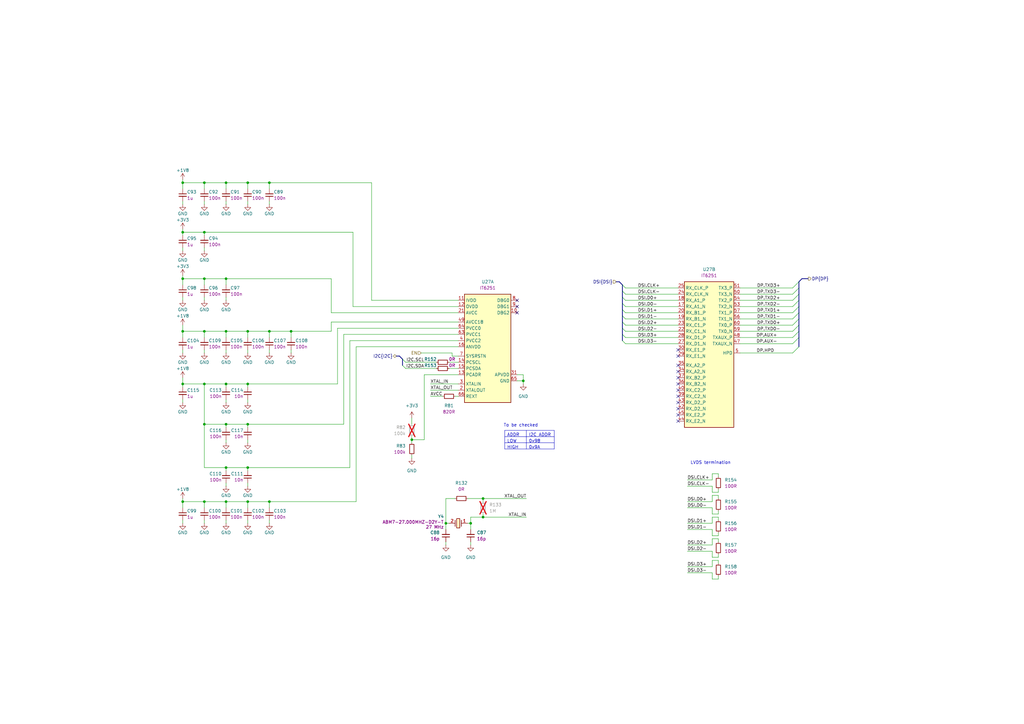
<source format=kicad_sch>
(kicad_sch (version 20250114) (generator "eeschema") (generator_version "9.0")
  (paper "A3")
  (title_block (title "BMC Reference Carrier Board") (date "2025-08-14") (rev "1.0.0"))
  (bus_alias "DSI" (members "D0+" "D0-" "D1+" "D1-" "D2+" "D2-" "D3+" "D3-" "CLK+" "CLK-"))
  (text "To be checked" (at 213.614 174.498 0) (effects (font (size 1.27 1.27))))
  (text "LVDS termination" (at 291.465 189.865 0) (effects (font (size 1.27 1.27))))
  (junction (at 101.6 135.89))
  (junction (at 74.93 114.3))
  (junction (at 74.93 74.93))
  (junction (at 182.88 214.63))
  (junction (at 74.93 205.74))
  (junction (at 92.71 191.77))
  (junction (at 101.6 74.93))
  (junction (at 110.49 205.74))
  (junction (at 92.71 205.74))
  (junction (at 74.93 135.89))
  (junction (at 101.6 173.99))
  (junction (at 101.6 191.77))
  (junction (at 92.71 173.99))
  (junction (at 74.93 95.25))
  (junction (at 83.82 135.89))
  (junction (at 101.6 157.48))
  (junction (at 110.49 135.89))
  (junction (at 198.12 212.09))
  (junction (at 214.63 156.21))
  (junction (at 92.71 135.89))
  (junction (at 92.71 74.93))
  (junction (at 92.71 157.48))
  (junction (at 193.04 214.63))
  (junction (at 110.49 74.93))
  (junction (at 74.93 157.48))
  (junction (at 119.38 135.89))
  (junction (at 83.82 95.25))
  (junction (at 83.82 74.93))
  (junction (at 92.71 114.3))
  (junction (at 83.82 114.3))
  (junction (at 101.6 205.74))
  (junction (at 83.82 173.99))
  (junction (at 83.82 157.48))
  (junction (at 83.82 205.74))
  (junction (at 168.91 180.34))
  (junction (at 198.12 204.47))
  (no_connect (at 278.13 154.94))
  (no_connect (at 212.09 123.19))
  (no_connect (at 278.13 146.05))
  (no_connect (at 212.09 128.27))
  (no_connect (at 212.09 125.73))
  (no_connect (at 278.13 160.02))
  (no_connect (at 278.13 165.1))
  (no_connect (at 278.13 157.48))
  (no_connect (at 278.13 170.18))
  (no_connect (at 278.13 152.4))
  (no_connect (at 278.13 162.56))
  (no_connect (at 278.13 143.51))
  (no_connect (at 278.13 172.72))
  (no_connect (at 278.13 167.64))
  (no_connect (at 278.13 149.86))
  (bus_entry (at 165.1 149.86) (size 1.27 1.27))
  (bus_entry (at 255.27 137.16) (size 1.27 1.27))
  (bus_entry (at 325.12 144.78) (size 2.54 -2.54))
  (bus_entry (at 325.12 128.27) (size 2.54 -2.54))
  (bus_entry (at 325.12 138.43) (size 2.54 -2.54))
  (bus_entry (at 325.12 123.19) (size 2.54 -2.54))
  (bus_entry (at 255.27 124.46) (size 1.27 1.27))
  (bus_entry (at 325.12 135.89) (size 2.54 -2.54))
  (bus_entry (at 255.27 134.62) (size 1.27 1.27))
  (bus_entry (at 255.27 127) (size 1.27 1.27))
  (bus_entry (at 255.27 119.38) (size 1.27 1.27))
  (bus_entry (at 325.12 133.35) (size 2.54 -2.54))
  (bus_entry (at 255.27 132.08) (size 1.27 1.27))
  (bus_entry (at 255.27 129.54) (size 1.27 1.27))
  (bus_entry (at 325.12 118.11) (size 2.54 -2.54))
  (bus_entry (at 255.27 139.7) (size 1.27 1.27))
  (bus_entry (at 255.27 116.84) (size 1.27 1.27))
  (bus_entry (at 325.12 130.81) (size 2.54 -2.54))
  (bus_entry (at 325.12 120.65) (size 2.54 -2.54))
  (bus_entry (at 165.1 147.32) (size 1.27 1.27))
  (bus_entry (at 255.27 121.92) (size 1.27 1.27))
  (bus_entry (at 325.12 125.73) (size 2.54 -2.54))
  (bus_entry (at 325.12 140.97) (size 2.54 -2.54))
  (wire (pts (xy 281.94 199.39) (xy 292.1 199.39)))
  (wire (pts (xy 135.89 128.27) (xy 135.89 114.3)))
  (wire (pts (xy 193.04 214.63) (xy 193.04 217.17)))
  (wire (pts (xy 119.38 135.89) (xy 119.38 138.43)))
  (wire (pts (xy 292.1 210.82) (xy 292.1 208.28)))
  (wire (pts (xy 152.4 123.19) (xy 187.96 123.19)))
  (bus (pts (xy 165.1 147.32) (xy 163.83 146.05)))
  (wire (pts (xy 294.64 200.66) (xy 294.64 201.93)))
  (wire (pts (xy 168.91 171.45) (xy 168.91 173.99)))
  (wire (pts (xy 101.6 181.61) (xy 101.6 180.34)))
  (wire (pts (xy 168.91 180.34) (xy 168.91 181.61)))
  (wire (pts (xy 185.42 144.78) (xy 172.72 144.78)))
  (wire (pts (xy 101.6 135.89) (xy 101.6 138.43)))
  (wire (pts (xy 292.1 237.49) (xy 292.1 234.95)))
  (wire (pts (xy 168.91 179.07) (xy 168.91 180.34)))
  (wire (pts (xy 294.64 222.25) (xy 294.64 220.98)))
  (wire (pts (xy 143.51 139.7) (xy 143.51 191.77)))
  (wire (pts (xy 135.89 128.27) (xy 187.96 128.27)))
  (wire (pts (xy 110.49 214.63) (xy 110.49 213.36)))
  (wire (pts (xy 325.12 135.89) (xy 303.53 135.89)))
  (bus (pts (xy 327.66 123.19) (xy 327.66 125.73)))
  (wire (pts (xy 281.94 234.95) (xy 292.1 234.95)))
  (bus (pts (xy 165.1 147.32) (xy 165.1 149.86)))
  (wire (pts (xy 212.09 153.67) (xy 214.63 153.67)))
  (wire (pts (xy 281.94 232.41) (xy 292.1 232.41)))
  (wire (pts (xy 325.12 125.73) (xy 303.53 125.73)))
  (wire (pts (xy 74.93 135.89) (xy 74.93 138.43)))
  (wire (pts (xy 74.93 95.25) (xy 83.82 95.25)))
  (wire (pts (xy 294.64 210.82) (xy 292.1 210.82)))
  (wire (pts (xy 185.42 146.05) (xy 185.42 144.78)))
  (wire (pts (xy 281.94 226.06) (xy 292.1 226.06)))
  (wire (pts (xy 214.63 156.21) (xy 214.63 157.48)))
  (wire (pts (xy 92.71 199.39) (xy 92.71 198.12)))
  (wire (pts (xy 101.6 175.26) (xy 101.6 173.99)))
  (wire (pts (xy 74.93 113.03) (xy 74.93 114.3)))
  (wire (pts (xy 256.54 130.81) (xy 278.13 130.81)))
  (wire (pts (xy 294.64 236.22) (xy 294.64 237.49)))
  (wire (pts (xy 294.64 201.93) (xy 292.1 201.93)))
  (wire (pts (xy 303.53 140.97) (xy 325.12 140.97)))
  (wire (pts (xy 101.6 173.99) (xy 140.97 173.99)))
  (wire (pts (xy 292.1 203.2) (xy 292.1 205.74)))
  (wire (pts (xy 325.12 130.81) (xy 303.53 130.81)))
  (wire (pts (xy 176.53 160.02) (xy 187.96 160.02)))
  (wire (pts (xy 74.93 114.3) (xy 74.93 116.84)))
  (wire (pts (xy 256.54 135.89) (xy 278.13 135.89)))
  (wire (pts (xy 83.82 114.3) (xy 92.71 114.3)))
  (wire (pts (xy 168.91 180.34) (xy 173.99 180.34)))
  (wire (pts (xy 256.54 120.65) (xy 278.13 120.65)))
  (wire (pts (xy 101.6 74.93) (xy 101.6 77.47)))
  (bus (pts (xy 327.66 128.27) (xy 327.66 130.81)))
  (wire (pts (xy 294.64 204.47) (xy 294.64 203.2)))
  (bus (pts (xy 327.66 120.65) (xy 327.66 123.19)))
  (wire (pts (xy 119.38 135.89) (xy 135.89 135.89)))
  (wire (pts (xy 281.94 208.28) (xy 292.1 208.28)))
  (bus (pts (xy 255.27 137.16) (xy 255.27 139.7)))
  (wire (pts (xy 74.93 157.48) (xy 74.93 158.75)))
  (wire (pts (xy 146.05 142.24) (xy 187.96 142.24)))
  (wire (pts (xy 92.71 158.75) (xy 92.71 157.48)))
  (wire (pts (xy 92.71 123.19) (xy 92.71 121.92)))
  (wire (pts (xy 143.51 191.77) (xy 101.6 191.77)))
  (wire (pts (xy 191.77 204.47) (xy 198.12 204.47)))
  (wire (pts (xy 74.93 93.98) (xy 74.93 95.25)))
  (wire (pts (xy 144.78 125.73) (xy 187.96 125.73)))
  (wire (pts (xy 101.6 191.77) (xy 92.71 191.77)))
  (wire (pts (xy 292.1 229.87) (xy 292.1 232.41)))
  (wire (pts (xy 74.93 144.78) (xy 74.93 143.51)))
  (wire (pts (xy 281.94 217.17) (xy 292.1 217.17)))
  (wire (pts (xy 101.6 144.78) (xy 101.6 143.51)))
  (wire (pts (xy 101.6 193.04) (xy 101.6 191.77)))
  (wire (pts (xy 193.04 212.09) (xy 193.04 214.63)))
  (wire (pts (xy 138.43 134.62) (xy 138.43 157.48)))
  (wire (pts (xy 193.04 223.52) (xy 193.04 222.25)))
  (wire (pts (xy 83.82 205.74) (xy 83.82 208.28)))
  (wire (pts (xy 176.53 162.56) (xy 181.61 162.56)))
  (wire (pts (xy 325.12 118.11) (xy 303.53 118.11)))
  (wire (pts (xy 101.6 205.74) (xy 101.6 208.28)))
  (wire (pts (xy 110.49 83.82) (xy 110.49 82.55)))
  (wire (pts (xy 294.64 229.87) (xy 292.1 229.87)))
  (wire (pts (xy 215.9 212.09) (xy 198.12 212.09)))
  (bus (pts (xy 255.27 116.84) (xy 254 115.57)))
  (wire (pts (xy 198.12 212.09) (xy 193.04 212.09)))
  (wire (pts (xy 292.1 220.98) (xy 292.1 223.52)))
  (wire (pts (xy 292.1 212.09) (xy 292.1 214.63)))
  (bus (pts (xy 252.73 115.57) (xy 254 115.57)))
  (bus (pts (xy 255.27 124.46) (xy 255.27 127)))
  (wire (pts (xy 101.6 214.63) (xy 101.6 213.36)))
  (wire (pts (xy 110.49 74.93) (xy 110.49 77.47)))
  (bus (pts (xy 328.93 114.3) (xy 327.66 115.57)))
  (wire (pts (xy 325.12 123.19) (xy 303.53 123.19)))
  (wire (pts (xy 144.78 95.25) (xy 144.78 125.73)))
  (wire (pts (xy 292.1 228.6) (xy 292.1 226.06)))
  (wire (pts (xy 110.49 205.74) (xy 146.05 205.74)))
  (wire (pts (xy 74.93 204.47) (xy 74.93 205.74)))
  (wire (pts (xy 110.49 205.74) (xy 110.49 208.28)))
  (wire (pts (xy 101.6 173.99) (xy 92.71 173.99)))
  (wire (pts (xy 83.82 173.99) (xy 83.82 157.48)))
  (wire (pts (xy 74.93 101.6) (xy 74.93 102.87)))
  (wire (pts (xy 140.97 173.99) (xy 140.97 137.16)))
  (wire (pts (xy 92.71 205.74) (xy 101.6 205.74)))
  (wire (pts (xy 294.64 220.98) (xy 292.1 220.98)))
  (wire (pts (xy 166.37 148.59) (xy 179.07 148.59)))
  (wire (pts (xy 184.15 148.59) (xy 187.96 148.59)))
  (wire (pts (xy 92.71 144.78) (xy 92.71 143.51)))
  (wire (pts (xy 166.37 151.13) (xy 179.07 151.13)))
  (wire (pts (xy 182.88 222.25) (xy 182.88 223.52)))
  (wire (pts (xy 212.09 156.21) (xy 214.63 156.21)))
  (wire (pts (xy 83.82 173.99) (xy 92.71 173.99)))
  (wire (pts (xy 256.54 140.97) (xy 278.13 140.97)))
  (wire (pts (xy 74.93 154.94) (xy 74.93 157.48)))
  (wire (pts (xy 92.71 193.04) (xy 92.71 191.77)))
  (wire (pts (xy 101.6 135.89) (xy 110.49 135.89)))
  (wire (pts (xy 193.04 214.63) (xy 191.77 214.63)))
  (wire (pts (xy 83.82 96.52) (xy 83.82 95.25)))
  (wire (pts (xy 135.89 135.89) (xy 135.89 132.08)))
  (wire (pts (xy 92.71 74.93) (xy 92.71 77.47)))
  (wire (pts (xy 119.38 144.78) (xy 119.38 143.51)))
  (wire (pts (xy 92.71 74.93) (xy 101.6 74.93)))
  (wire (pts (xy 83.82 95.25) (xy 144.78 95.25)))
  (bus (pts (xy 162.56 146.05) (xy 163.83 146.05)))
  (wire (pts (xy 143.51 139.7) (xy 187.96 139.7)))
  (wire (pts (xy 92.71 181.61) (xy 92.71 180.34)))
  (wire (pts (xy 184.15 214.63) (xy 182.88 214.63)))
  (wire (pts (xy 83.82 135.89) (xy 92.71 135.89)))
  (wire (pts (xy 176.53 157.48) (xy 187.96 157.48)))
  (wire (pts (xy 92.71 191.77) (xy 83.82 191.77)))
  (wire (pts (xy 92.71 214.63) (xy 92.71 213.36)))
  (wire (pts (xy 74.93 135.89) (xy 83.82 135.89)))
  (bus (pts (xy 327.66 125.73) (xy 327.66 128.27)))
  (wire (pts (xy 184.15 151.13) (xy 187.96 151.13)))
  (wire (pts (xy 74.93 123.19) (xy 74.93 121.92)))
  (wire (pts (xy 281.94 214.63) (xy 292.1 214.63)))
  (bus (pts (xy 327.66 130.81) (xy 327.66 133.35)))
  (bus (pts (xy 255.27 119.38) (xy 255.27 121.92)))
  (wire (pts (xy 325.12 133.35) (xy 303.53 133.35)))
  (wire (pts (xy 182.88 214.63) (xy 182.88 204.47)))
  (wire (pts (xy 173.99 153.67) (xy 187.96 153.67)))
  (wire (pts (xy 101.6 74.93) (xy 110.49 74.93)))
  (wire (pts (xy 173.99 180.34) (xy 173.99 153.67)))
  (bus (pts (xy 331.47 114.3) (xy 328.93 114.3)))
  (wire (pts (xy 74.93 96.52) (xy 74.93 95.25)))
  (wire (pts (xy 83.82 123.19) (xy 83.82 121.92)))
  (wire (pts (xy 256.54 133.35) (xy 278.13 133.35)))
  (wire (pts (xy 83.82 101.6) (xy 83.82 102.87)))
  (wire (pts (xy 292.1 194.31) (xy 292.1 196.85)))
  (wire (pts (xy 294.64 237.49) (xy 292.1 237.49)))
  (wire (pts (xy 74.93 74.93) (xy 83.82 74.93)))
  (wire (pts (xy 83.82 74.93) (xy 83.82 77.47)))
  (wire (pts (xy 101.6 83.82) (xy 101.6 82.55)))
  (bus (pts (xy 255.27 121.92) (xy 255.27 124.46)))
  (wire (pts (xy 294.64 227.33) (xy 294.64 228.6)))
  (wire (pts (xy 138.43 134.62) (xy 187.96 134.62)))
  (wire (pts (xy 74.93 205.74) (xy 74.93 208.28)))
  (wire (pts (xy 256.54 118.11) (xy 278.13 118.11)))
  (wire (pts (xy 83.82 144.78) (xy 83.82 143.51)))
  (wire (pts (xy 74.93 74.93) (xy 74.93 77.47)))
  (wire (pts (xy 256.54 138.43) (xy 278.13 138.43)))
  (wire (pts (xy 92.71 135.89) (xy 101.6 135.89)))
  (wire (pts (xy 182.88 214.63) (xy 182.88 217.17)))
  (wire (pts (xy 135.89 132.08) (xy 187.96 132.08)))
  (wire (pts (xy 294.64 212.09) (xy 292.1 212.09)))
  (wire (pts (xy 83.82 157.48) (xy 92.71 157.48)))
  (wire (pts (xy 294.64 195.58) (xy 294.64 194.31)))
  (wire (pts (xy 83.82 83.82) (xy 83.82 82.55)))
  (wire (pts (xy 256.54 123.19) (xy 278.13 123.19)))
  (wire (pts (xy 294.64 194.31) (xy 292.1 194.31)))
  (bus (pts (xy 327.66 135.89) (xy 327.66 138.43)))
  (wire (pts (xy 74.93 114.3) (xy 83.82 114.3)))
  (bus (pts (xy 255.27 116.84) (xy 255.27 119.38)))
  (wire (pts (xy 92.71 135.89) (xy 92.71 138.43)))
  (wire (pts (xy 101.6 205.74) (xy 110.49 205.74)))
  (wire (pts (xy 281.94 196.85) (xy 292.1 196.85)))
  (wire (pts (xy 74.93 157.48) (xy 83.82 157.48)))
  (wire (pts (xy 92.71 165.1) (xy 92.71 163.83)))
  (wire (pts (xy 83.82 205.74) (xy 92.71 205.74)))
  (bus (pts (xy 255.27 129.54) (xy 255.27 132.08)))
  (wire (pts (xy 215.9 204.47) (xy 198.12 204.47)))
  (wire (pts (xy 101.6 199.39) (xy 101.6 198.12)))
  (wire (pts (xy 83.82 214.63) (xy 83.82 213.36)))
  (wire (pts (xy 281.94 205.74) (xy 292.1 205.74)))
  (wire (pts (xy 110.49 135.89) (xy 110.49 138.43)))
  (bus (pts (xy 327.66 115.57) (xy 327.66 118.11)))
  (wire (pts (xy 135.89 114.3) (xy 92.71 114.3)))
  (wire (pts (xy 294.64 209.55) (xy 294.64 210.82)))
  (wire (pts (xy 292.1 201.93) (xy 292.1 199.39)))
  (wire (pts (xy 101.6 165.1) (xy 101.6 163.83)))
  (wire (pts (xy 74.93 133.35) (xy 74.93 135.89)))
  (wire (pts (xy 74.93 83.82) (xy 74.93 82.55)))
  (wire (pts (xy 294.64 218.44) (xy 294.64 219.71)))
  (bus (pts (xy 255.27 132.08) (xy 255.27 134.62)))
  (wire (pts (xy 152.4 123.19) (xy 152.4 74.93)))
  (wire (pts (xy 198.12 204.47) (xy 198.12 205.74)))
  (wire (pts (xy 74.93 165.1) (xy 74.93 163.83)))
  (wire (pts (xy 292.1 219.71) (xy 292.1 217.17)))
  (wire (pts (xy 74.93 205.74) (xy 83.82 205.74)))
  (bus (pts (xy 327.66 133.35) (xy 327.66 135.89)))
  (wire (pts (xy 186.69 162.56) (xy 187.96 162.56)))
  (bus (pts (xy 255.27 134.62) (xy 255.27 137.16)))
  (wire (pts (xy 294.64 219.71) (xy 292.1 219.71)))
  (wire (pts (xy 92.71 114.3) (xy 92.71 116.84)))
  (wire (pts (xy 83.82 74.93) (xy 92.71 74.93)))
  (wire (pts (xy 294.64 203.2) (xy 292.1 203.2)))
  (wire (pts (xy 294.64 228.6) (xy 292.1 228.6)))
  (wire (pts (xy 256.54 125.73) (xy 278.13 125.73)))
  (wire (pts (xy 140.97 137.16) (xy 187.96 137.16)))
  (wire (pts (xy 83.82 191.77) (xy 83.82 173.99)))
  (wire (pts (xy 74.93 213.36) (xy 74.93 214.63)))
  (wire (pts (xy 325.12 120.65) (xy 303.53 120.65)))
  (wire (pts (xy 152.4 74.93) (xy 110.49 74.93)))
  (wire (pts (xy 110.49 135.89) (xy 119.38 135.89)))
  (wire (pts (xy 294.64 231.14) (xy 294.64 229.87)))
  (wire (pts (xy 74.93 73.66) (xy 74.93 74.93)))
  (bus (pts (xy 327.66 138.43) (xy 327.66 142.24)))
  (wire (pts (xy 185.42 146.05) (xy 187.96 146.05)))
  (wire (pts (xy 146.05 205.74) (xy 146.05 142.24)))
  (wire (pts (xy 138.43 157.48) (xy 101.6 157.48)))
  (wire (pts (xy 198.12 210.82) (xy 198.12 212.09)))
  (wire (pts (xy 303.53 144.78) (xy 325.12 144.78)))
  (wire (pts (xy 168.91 187.96) (xy 168.91 186.69)))
  (wire (pts (xy 281.94 223.52) (xy 292.1 223.52)))
  (wire (pts (xy 101.6 158.75) (xy 101.6 157.48)))
  (wire (pts (xy 101.6 157.48) (xy 92.71 157.48)))
  (wire (pts (xy 110.49 144.78) (xy 110.49 143.51)))
  (wire (pts (xy 92.71 205.74) (xy 92.71 208.28)))
  (wire (pts (xy 294.64 213.36) (xy 294.64 212.09)))
  (wire (pts (xy 303.53 138.43) (xy 325.12 138.43)))
  (wire (pts (xy 83.82 114.3) (xy 83.82 116.84)))
  (wire (pts (xy 182.88 204.47) (xy 186.69 204.47)))
  (wire (pts (xy 256.54 128.27) (xy 278.13 128.27)))
  (bus (pts (xy 327.66 118.11) (xy 327.66 120.65)))
  (wire (pts (xy 325.12 128.27) (xy 303.53 128.27)))
  (wire (pts (xy 92.71 83.82) (xy 92.71 82.55)))
  (wire (pts (xy 92.71 175.26) (xy 92.71 173.99)))
  (wire (pts (xy 83.82 135.89) (xy 83.82 138.43)))
  (wire (pts (xy 214.63 153.67) (xy 214.63 156.21)))
  (bus (pts (xy 255.27 127) (xy 255.27 129.54)))
  (table (column_count 2) (border (external yes) (header yes)) (separators (rows yes) (cols yes)) (column_widths 8.89 11.43) (row_heights 2.54 2.54 2.54) (cells (table_cell "ADDR" (at 207.01 176.53 0) (size 8.89 2.54) (margins 0.9525 0.9525 0.9525 0.9525) (span 1 1)) (table_cell "I2C ADDR" (at 215.9 176.53 0) (size 11.43 2.54) (margins 0.9525 0.9525 0.9525 0.9525) (span 1 1)) (table_cell "LOW" (at 207.01 179.07 0) (size 8.89 2.54) (margins 0.9525 0.9525 0.9525 0.9525) (span 1 1)) (table_cell "0x98" (at 215.9 179.07 0) (size 11.43 2.54) (margins 0.9525 0.9525 0.9525 0.9525) (span 1 1)) (table_cell "HIGH" (at 207.01 181.61 0) (size 8.89 2.54) (margins 0.9525 0.9525 0.9525 0.9525) (span 1 1)) (table_cell "0x9A" (at 215.9 181.61 0) (size 11.43 2.54) (margins 0.9525 0.9525 0.9525 0.9525) (span 1 1))))
  (label "AVCC" (at 176.53 162.56 0))
  (label "DSI.D3-" (at 261.62 140.97 0))
  (label "DSI.CLK+" (at 261.62 118.11 0))
  (label "XTAL_OUT" (at 176.53 160.02 0))
  (label "XTAL_IN" (at 176.53 157.48 0))
  (label "DP.AUX+" (at 318.77 138.43 180))
  (label "DP.TXD0+" (at 320.04 133.35 180))
  (label "DSI.D2-" (at 261.62 135.89 0))
  (label "DSI.D0-" (at 261.62 125.73 0))
  (label "DSI.D0+" (at 261.62 123.19 0))
  (label "DSI.D3+" (at 261.62 138.43 0))
  (label "DSI.D1+" (at 261.62 128.27 0))
  (label "DP.TXD2-" (at 320.04 125.73 180))
  (label "DSI.CLK-" (at 261.62 120.65 0))
  (label "DSI.D1+" (at 281.94 214.63 0))
  (label "DSI.CLK+" (at 281.94 196.85 0))
  (label "DSI.D0+" (at 281.94 205.74 0))
  (label "DSI.D2+" (at 281.94 223.52 0))
  (label "DSI.D3-" (at 281.94 234.95 0))
  (label "I2C.SCL" (at 173.99 148.59 180))
  (label "DSI.D1-" (at 281.94 217.17 0))
  (label "DSI.D3+" (at 281.94 232.41 0))
  (label "DP.TXD0-" (at 320.04 135.89 180))
  (label "DSI.D0-" (at 281.94 208.28 0))
  (label "DP.AUX-" (at 318.77 140.97 180))
  (label "DP.HPD" (at 317.5 144.78 180))
  (label "DSI.D2-" (at 281.94 226.06 0))
  (label "DSI.CLK-" (at 281.94 199.39 0))
  (label "DP.TXD3-" (at 320.04 120.65 180))
  (label "XTAL_IN" (at 215.9 212.09 180))
  (label "DP.TXD2+" (at 320.04 123.19 180))
  (label "DSI.D1-" (at 261.62 130.81 0))
  (label "I2C.SDA" (at 173.99 151.13 180))
  (label "DP.TXD3+" (at 320.04 118.11 180))
  (label "DSI.D2+" (at 261.62 133.35 0))
  (label "XTAL_OUT" (at 215.9 204.47 180))
  (label "DP.TXD1-" (at 320.04 130.81 180))
  (label "DP.TXD1+" (at 320.04 128.27 180))
  (hierarchical_label "DP{DP}" (shape output) (at 331.47 114.3 0))
  (hierarchical_label "I2C{I2C}" (shape bidirectional) (at 162.56 146.05 180))
  (hierarchical_label "EN" (shape input) (at 172.72 144.78 180))
  (hierarchical_label "DSI{DSI}" (shape input) (at 252.73 115.57 180))
  (symbol (lib_id "antmicroCapacitors0402:C_100n_0402") (at 110.49 143.51 90) (unit 1)
    (property "Reference" "C107" (at 112.268 139.6873 90) (effects (justify right)))
    (property "Value" "C_100n_0402" (effects (hide yes)))
    (property "Footprint" "antmicro-footprints:C_0402_1005Metric" (effects (hide yes)))
    (property "Datasheet" "https://www.murata.com/products/productdetail?partno=GRM155R61H104KE14%23" (effects (hide yes)))
    (property "Description" "SMD Multilayer Ceramic Capacitor, 0.1 µF, 50 V, 0402 [1005 Metric], ± 10%, X5R, GRM Series" (effects (hide yes)))
    (property "MPN" "GRM155R61H104KE14D" (effects (hide yes)))
    (property "Manufacturer" "Murata" (effects (hide yes)))
    (property "License" "Apache-2.0" (effects (hide yes)))
    (property "Author" "Antmicro" (effects (hide yes)))
    (property "Val" "100n" (at 112.268 142.2273 90) (effects (justify right)))
    (property "Voltage" "50V" (effects (hide yes)))
    (property "Dielectric" "X5R" (effects (hide yes)))
  )
  (symbol (lib_id "antmicroCapacitors0402:C_100n_0402") (at 83.82 143.51 90) (unit 1)
    (property "Reference" "C109" (at 85.598 139.6873 90) (effects (justify right)))
    (property "Value" "C_100n_0402" (effects (hide yes)))
    (property "Footprint" "antmicro-footprints:C_0402_1005Metric" (effects (hide yes)))
    (property "Datasheet" "https://www.murata.com/products/productdetail?partno=GRM155R61H104KE14%23" (effects (hide yes)))
    (property "Description" "SMD Multilayer Ceramic Capacitor, 0.1 µF, 50 V, 0402 [1005 Metric], ± 10%, X5R, GRM Series" (effects (hide yes)))
    (property "MPN" "GRM155R61H104KE14D" (effects (hide yes)))
    (property "Manufacturer" "Murata" (effects (hide yes)))
    (property "License" "Apache-2.0" (effects (hide yes)))
    (property "Author" "Antmicro" (effects (hide yes)))
    (property "Val" "100n" (at 85.598 142.2273 90) (effects (justify right)))
    (property "Voltage" "50V" (effects (hide yes)))
    (property "Dielectric" "X5R" (effects (hide yes)))
  )
  (symbol (lib_id "antmicroResistors0402:R_100k_0402") (at 168.91 179.07 90) (unit 1) (dnp yes)
    (property "Reference" "R82" (at 166.37 175.26 90) (effects (justify left)))
    (property "Value" "R_100k_0402" (effects (hide yes)))
    (property "Footprint" "antmicro-footprints:R_0402_1005Metric" (effects (hide yes)))
    (property "Datasheet" "https://www.bourns.com/docs/product-datasheets/cr.pdf" (effects (hide yes)))
    (property "Description" "SMD Chip Resistor, 100 kohm, ± 1%, 62.5 mW, 0402 [1005 Metric], Thick Film, General Purpose" (effects (hide yes)))
    (property "MPN" "CR0402-FX-1003GLF" (effects (hide yes)))
    (property "Manufacturer" "Bourns" (effects (hide yes)))
    (property "License" "Apache-2.0" (effects (hide yes)))
    (property "Author" "Antmicro" (effects (hide yes)))
    (property "Val" "100k" (at 166.37 177.8 90) (effects (justify left)))
    (property "Tolerance" "1%" (effects (hide yes)))
  )
  (symbol (lib_id "antmicropower:GND") (at 110.49 83.82 0) (mirror y) (unit 1)
    (property "Reference" "#PWR0165" (effects (hide yes)))
    (property "Value" "GND" (at 110.49 87.63 0))
    (property "Author" "Antmicro" (effects (hide yes)))
    (property "License" "Apache-2.0" (effects (hide yes)))
  )
  (symbol (lib_id "antmicropower:GND") (at 101.6 165.1 0) (unit 1)
    (property "Reference" "#PWR0193" (effects (hide yes)))
    (property "Value" "GND" (at 101.6 168.91 0))
    (property "Author" "Antmicro" (effects (hide yes)))
    (property "License" "Apache-2.0" (effects (hide yes)))
  )
  (symbol (lib_id "antmicropower:GND") (at 119.38 144.78 0) (mirror y) (unit 1)
    (property "Reference" "#PWR0187" (effects (hide yes)))
    (property "Value" "GND" (at 119.38 148.59 0))
    (property "Author" "Antmicro" (effects (hide yes)))
    (property "License" "Apache-2.0" (effects (hide yes)))
  )
  (symbol (lib_id "antmicroCapacitors0402:C_10n_0402") (at 101.6 180.34 270) (mirror x) (unit 1)
    (property "Reference" "C117" (at 99.822 176.5173 90) (effects (justify right)))
    (property "Value" "C_10n_0402" (effects (hide yes)))
    (property "Footprint" "antmicro-footprints:C_0402_1005Metric" (effects (hide yes)))
    (property "Datasheet" "https://www.murata.com/products/productdetail?partno=GRM155R71H103KA88%23" (effects (hide yes)))
    (property "Description" "SMD Multilayer Ceramic Capacitor, 10000 pF, 50 V, 0402 [1005 Metric], ± 10%, X7R, GRM Series" (effects (hide yes)))
    (property "MPN" "GRM155R71H103KA88D" (effects (hide yes)))
    (property "Manufacturer" "Murata" (effects (hide yes)))
    (property "License" "Apache-2.0" (effects (hide yes)))
    (property "Author" "Antmicro" (effects (hide yes)))
    (property "Val" "10n" (at 99.822 179.0573 90) (effects (justify right)))
    (property "Voltage" "50V" (effects (hide yes)))
    (property "Dielectric" "X7R" (effects (hide yes)))
  )
  (symbol (lib_id "antmicropower:GND") (at 74.93 165.1 0) (unit 1)
    (property "Reference" "#PWR0194" (effects (hide yes)))
    (property "Value" "GND" (at 74.93 168.91 0))
    (property "Author" "Antmicro" (effects (hide yes)))
    (property "License" "Apache-2.0" (effects (hide yes)))
  )
  (symbol (lib_id "antmicroCapacitors0402:C_100n_0402") (at 83.82 101.6 90) (unit 1)
    (property "Reference" "C94" (at 85.598 97.7773 90) (effects (justify right)))
    (property "Value" "C_100n_0402" (effects (hide yes)))
    (property "Footprint" "antmicro-footprints:C_0402_1005Metric" (effects (hide yes)))
    (property "Datasheet" "https://www.murata.com/products/productdetail?partno=GRM155R61H104KE14%23" (effects (hide yes)))
    (property "Description" "SMD Multilayer Ceramic Capacitor, 0.1 µF, 50 V, 0402 [1005 Metric], ± 10%, X5R, GRM Series" (effects (hide yes)))
    (property "MPN" "GRM155R61H104KE14D" (effects (hide yes)))
    (property "Manufacturer" "Murata" (effects (hide yes)))
    (property "License" "Apache-2.0" (effects (hide yes)))
    (property "Author" "Antmicro" (effects (hide yes)))
    (property "Val" "100n" (at 85.598 100.3173 90) (effects (justify right)))
    (property "Voltage" "50V" (effects (hide yes)))
    (property "Dielectric" "X5R" (effects (hide yes)))
  )
  (symbol (lib_id "antmicropower:GND") (at 83.82 144.78 0) (mirror y) (unit 1)
    (property "Reference" "#PWR0188" (effects (hide yes)))
    (property "Value" "GND" (at 83.82 148.59 0))
    (property "Author" "Antmicro" (effects (hide yes)))
    (property "License" "Apache-2.0" (effects (hide yes)))
  )
  (symbol (lib_id "antmicropower:+1V8") (at 74.93 204.47 0) (unit 1)
    (property "Reference" "#PWR0161" (effects (hide yes)))
    (property "Value" "+1V8" (at 74.93 200.66 0))
    (property "Author" "Antmicro" (effects (hide yes)))
    (property "License" "Apache-2.0" (effects (hide yes)))
  )
  (symbol (lib_id "antmicropower:GND") (at 83.82 102.87 0) (mirror y) (unit 1)
    (property "Reference" "#PWR0172" (effects (hide yes)))
    (property "Value" "GND" (at 83.82 106.68 0))
    (property "Author" "Antmicro" (effects (hide yes)))
    (property "License" "Apache-2.0" (effects (hide yes)))
  )
  (symbol (lib_id "antmicropower:GND") (at 92.71 165.1 0) (unit 1)
    (property "Reference" "#PWR0192" (effects (hide yes)))
    (property "Value" "GND" (at 92.71 168.91 0))
    (property "Author" "Antmicro" (effects (hide yes)))
    (property "License" "Apache-2.0" (effects (hide yes)))
  )
  (symbol (lib_id "antmicroResonators:Resonator_27MHz_ABM7") (at 191.77 214.63 0) (mirror y) (unit 1)
    (property "Reference" "Y4" (at 180.848 211.836 0))
    (property "Value" "Resonator_27MHz_ABM7" (effects (hide yes)))
    (property "Footprint" "antmicro-footprints:Resonator_SMD_Abracon_ABM7_6x3.5x1.4mm" (effects (hide yes)))
    (property "Datasheet" "https://abracon.com/Resonators/abm7.pdf" (effects (hide yes)))
    (property "Description" "Crystal, 27 MHz, SMD, 6mm x 3.5mm, 30 ppm, 18 pF, 20 ppm, ABM7" (effects (hide yes)))
    (property "MPN" "ABM7-27.000MHZ-D2Y-T" (at 169.418 214.122 0))
    (property "Manufacturer" "Abracon" (effects (hide yes)))
    (property "Author" "Antmicro" (effects (hide yes)))
    (property "License" "Apache-2.0" (effects (hide yes)))
    (property "Val" "27 MHz" (at 178.308 216.154 0))
  )
  (symbol (lib_id "antmicropower:GND") (at 74.93 123.19 0) (mirror y) (unit 1)
    (property "Reference" "#PWR0175" (effects (hide yes)))
    (property "Value" "GND" (at 74.93 127 0))
    (property "Author" "Antmicro" (effects (hide yes)))
    (property "License" "Apache-2.0" (effects (hide yes)))
  )
  (symbol (lib_id "antmicropower:GND") (at 92.71 123.19 0) (mirror y) (unit 1)
    (property "Reference" "#PWR0174" (effects (hide yes)))
    (property "Value" "GND" (at 92.71 127 0))
    (property "Author" "Antmicro" (effects (hide yes)))
    (property "License" "Apache-2.0" (effects (hide yes)))
  )
  (symbol (lib_id "antmicropower:GND") (at 92.71 181.61 0) (unit 1)
    (property "Reference" "#PWR0195" (effects (hide yes)))
    (property "Value" "GND" (at 92.71 185.42 0))
    (property "Author" "Antmicro" (effects (hide yes)))
    (property "License" "Apache-2.0" (effects (hide yes)))
  )
  (symbol (lib_id "antmicroResistors0402:R_100k_0402") (at 168.91 186.69 90) (unit 1)
    (property "Reference" "R83" (at 166.37 182.88 90) (effects (justify left)))
    (property "Value" "R_100k_0402" (effects (hide yes)))
    (property "Footprint" "antmicro-footprints:R_0402_1005Metric" (effects (hide yes)))
    (property "Datasheet" "https://www.bourns.com/docs/product-datasheets/cr.pdf" (effects (hide yes)))
    (property "Description" "SMD Chip Resistor, 100 kohm, ± 1%, 62.5 mW, 0402 [1005 Metric], Thick Film, General Purpose" (effects (hide yes)))
    (property "MPN" "CR0402-FX-1003GLF" (effects (hide yes)))
    (property "Manufacturer" "Bourns" (effects (hide yes)))
    (property "License" "Apache-2.0" (effects (hide yes)))
    (property "Author" "Antmicro" (effects (hide yes)))
    (property "Val" "100k" (at 166.37 185.42 90) (effects (justify left)))
    (property "Tolerance" "1%" (effects (hide yes)))
  )
  (symbol (lib_id "antmicroCapacitors0402:C_1u_0402") (at 74.93 208.28 90) (mirror x) (unit 1)
    (property "Reference" "C99" (at 76.708 209.55 90) (effects (justify right)))
    (property "Value" "C_1u_0402" (effects (hide yes)))
    (property "Footprint" "antmicro-footprints:C_0402_1005Metric" (effects (hide yes)))
    (property "Datasheet" "https://product.tdk.com/en/search/capacitor/ceramic/mlcc/info?part_no=C1005X6S1A105K050BC" (effects (hide yes)))
    (property "Description" "SMD Multilayer Ceramic Capacitor, 1 µF, 10 V, 0402 [1005 Metric], ± 10%, X6S, C" (effects (hide yes)))
    (property "MPN" "C1005X6S1A105K050BC" (effects (hide yes)))
    (property "Manufacturer" "TDK" (effects (hide yes)))
    (property "License" "Apache-2.0" (effects (hide yes)))
    (property "Author" "Antmicro" (effects (hide yes)))
    (property "Val" "1u" (at 76.708 212.09 90) (effects (justify right)))
  )
  (symbol (lib_id "antmicroCapacitors0402:C_100n_0402") (at 92.71 180.34 270) (mirror x) (unit 1)
    (property "Reference" "C116" (at 90.932 176.5173 90) (effects (justify right)))
    (property "Value" "C_100n_0402" (effects (hide yes)))
    (property "Footprint" "antmicro-footprints:C_0402_1005Metric" (effects (hide yes)))
    (property "Datasheet" "https://www.murata.com/products/productdetail?partno=GRM155R61H104KE14%23" (effects (hide yes)))
    (property "Description" "SMD Multilayer Ceramic Capacitor, 0.1 µF, 50 V, 0402 [1005 Metric], ± 10%, X5R, GRM Series" (effects (hide yes)))
    (property "MPN" "GRM155R61H104KE14D" (effects (hide yes)))
    (property "Manufacturer" "Murata" (effects (hide yes)))
    (property "License" "Apache-2.0" (effects (hide yes)))
    (property "Author" "Antmicro" (effects (hide yes)))
    (property "Val" "100n" (at 90.932 179.0573 90) (effects (justify right)))
    (property "Voltage" "50V" (effects (hide yes)))
    (property "Dielectric" "X5R" (effects (hide yes)))
  )
  (symbol (lib_id "antmicroCapacitors0402:C_100n_0402") (at 110.49 82.55 90) (unit 1)
    (property "Reference" "C89" (at 112.268 78.7273 90) (effects (justify right)))
    (property "Value" "C_100n_0402" (effects (hide yes)))
    (property "Footprint" "antmicro-footprints:C_0402_1005Metric" (effects (hide yes)))
    (property "Datasheet" "https://www.murata.com/products/productdetail?partno=GRM155R61H104KE14%23" (effects (hide yes)))
    (property "Description" "SMD Multilayer Ceramic Capacitor, 0.1 µF, 50 V, 0402 [1005 Metric], ± 10%, X5R, GRM Series" (effects (hide yes)))
    (property "MPN" "GRM155R61H104KE14D" (effects (hide yes)))
    (property "Manufacturer" "Murata" (effects (hide yes)))
    (property "License" "Apache-2.0" (effects (hide yes)))
    (property "Author" "Antmicro" (effects (hide yes)))
    (property "Val" "100n" (at 112.268 81.2673 90) (effects (justify right)))
    (property "Voltage" "50V" (effects (hide yes)))
    (property "Dielectric" "X5R" (effects (hide yes)))
  )
  (symbol (lib_id "antmicropower:+1V8") (at 74.93 133.35 0) (unit 1)
    (property "Reference" "#PWR0163" (effects (hide yes)))
    (property "Value" "+1V8" (at 74.93 129.54 0))
    (property "Author" "Antmicro" (effects (hide yes)))
    (property "License" "Apache-2.0" (effects (hide yes)))
  )
  (symbol (lib_id "antmicroResistors0402:R_0R_0402") (at 179.07 151.13 0) (unit 1)
    (property "Reference" "R153" (at 176.53 149.86 0))
    (property "Value" "R_0R_0402" (effects (hide yes)))
    (property "Footprint" "antmicro-footprints:R_0402_1005Metric" (effects (hide yes)))
    (property "Datasheet" "https://industrial.panasonic.com/cdbs/www-data/pdf/RDA0000/AOA0000C301.pdf" (effects (hide yes)))
    (property "Description" "SMD Chip Resistor, Jumper, 0 ohm, 100 mW, 0402 [1005 Metric], Thick Film, General Purpose" (effects (hide yes)))
    (property "MPN" "ERJ2GE0R00X" (effects (hide yes)))
    (property "Manufacturer" "Panasonic" (effects (hide yes)))
    (property "License" "Apache-2.0" (effects (hide yes)))
    (property "Author" "Antmicro" (effects (hide yes)))
    (property "Val" "0R" (at 185.42 149.86 0))
    (property "Current" "1A" (effects (hide yes)))
  )
  (symbol (lib_id "antmicroCapacitors0402:C_100n_0402") (at 92.71 143.51 90) (unit 1)
    (property "Reference" "C105" (at 94.488 139.6873 90) (effects (justify right)))
    (property "Value" "C_100n_0402" (effects (hide yes)))
    (property "Footprint" "antmicro-footprints:C_0402_1005Metric" (effects (hide yes)))
    (property "Datasheet" "https://www.murata.com/products/productdetail?partno=GRM155R61H104KE14%23" (effects (hide yes)))
    (property "Description" "SMD Multilayer Ceramic Capacitor, 0.1 µF, 50 V, 0402 [1005 Metric], ± 10%, X5R, GRM Series" (effects (hide yes)))
    (property "MPN" "GRM155R61H104KE14D" (effects (hide yes)))
    (property "Manufacturer" "Murata" (effects (hide yes)))
    (property "License" "Apache-2.0" (effects (hide yes)))
    (property "Author" "Antmicro" (effects (hide yes)))
    (property "Val" "100n" (at 94.488 142.2273 90) (effects (justify right)))
    (property "Voltage" "50V" (effects (hide yes)))
    (property "Dielectric" "X5R" (effects (hide yes)))
  )
  (symbol (lib_id "antmicroCapacitors0402:C_1u_0402") (at 74.93 116.84 90) (mirror x) (unit 1)
    (property "Reference" "C98" (at 76.708 118.11 90) (effects (justify right)))
    (property "Value" "C_1u_0402" (effects (hide yes)))
    (property "Footprint" "antmicro-footprints:C_0402_1005Metric" (effects (hide yes)))
    (property "Datasheet" "https://product.tdk.com/en/search/capacitor/ceramic/mlcc/info?part_no=C1005X6S1A105K050BC" (effects (hide yes)))
    (property "Description" "SMD Multilayer Ceramic Capacitor, 1 µF, 10 V, 0402 [1005 Metric], ± 10%, X6S, C" (effects (hide yes)))
    (property "MPN" "C1005X6S1A105K050BC" (effects (hide yes)))
    (property "Manufacturer" "TDK" (effects (hide yes)))
    (property "License" "Apache-2.0" (effects (hide yes)))
    (property "Author" "Antmicro" (effects (hide yes)))
    (property "Val" "1u" (at 76.708 120.65 90) (effects (justify right)))
  )
  (symbol (lib_id "antmicroCapacitors0402:C_100n_0402") (at 92.71 198.12 270) (mirror x) (unit 1)
    (property "Reference" "C110" (at 90.932 194.2973 90) (effects (justify right)))
    (property "Value" "C_100n_0402" (effects (hide yes)))
    (property "Footprint" "antmicro-footprints:C_0402_1005Metric" (effects (hide yes)))
    (property "Datasheet" "https://www.murata.com/products/productdetail?partno=GRM155R61H104KE14%23" (effects (hide yes)))
    (property "Description" "SMD Multilayer Ceramic Capacitor, 0.1 µF, 50 V, 0402 [1005 Metric], ± 10%, X5R, GRM Series" (effects (hide yes)))
    (property "MPN" "GRM155R61H104KE14D" (effects (hide yes)))
    (property "Manufacturer" "Murata" (effects (hide yes)))
    (property "License" "Apache-2.0" (effects (hide yes)))
    (property "Author" "Antmicro" (effects (hide yes)))
    (property "Val" "100n" (at 90.932 196.8373 90) (effects (justify right)))
    (property "Voltage" "50V" (effects (hide yes)))
    (property "Dielectric" "X5R" (effects (hide yes)))
  )
  (symbol (lib_id "antmicroResistors0402:R_0R_0402") (at 191.77 204.47 0) (mirror y) (unit 1)
    (property "Reference" "R132" (at 189.23 198.12 0))
    (property "Value" "R_0R_0402" (effects (hide yes)))
    (property "Footprint" "antmicro-footprints:R_0402_1005Metric" (effects (hide yes)))
    (property "Datasheet" "https://industrial.panasonic.com/cdbs/www-data/pdf/RDA0000/AOA0000C301.pdf" (effects (hide yes)))
    (property "Description" "SMD Chip Resistor, Jumper, 0 ohm, 100 mW, 0402 [1005 Metric], Thick Film, General Purpose" (effects (hide yes)))
    (property "MPN" "ERJ2GE0R00X" (effects (hide yes)))
    (property "Manufacturer" "Panasonic" (effects (hide yes)))
    (property "License" "Apache-2.0" (effects (hide yes)))
    (property "Author" "Antmicro" (effects (hide yes)))
    (property "Val" "0R" (at 189.23 200.66 0))
    (property "Current" "1A" (effects (hide yes)))
  )
  (symbol (lib_id "antmicroCapacitors0402:C_100n_0402") (at 110.49 213.36 90) (unit 1)
    (property "Reference" "C103" (at 112.268 209.5373 90) (effects (justify right)))
    (property "Value" "C_100n_0402" (effects (hide yes)))
    (property "Footprint" "antmicro-footprints:C_0402_1005Metric" (effects (hide yes)))
    (property "Datasheet" "https://www.murata.com/products/productdetail?partno=GRM155R61H104KE14%23" (effects (hide yes)))
    (property "Description" "SMD Multilayer Ceramic Capacitor, 0.1 µF, 50 V, 0402 [1005 Metric], ± 10%, X5R, GRM Series" (effects (hide yes)))
    (property "MPN" "GRM155R61H104KE14D" (effects (hide yes)))
    (property "Manufacturer" "Murata" (effects (hide yes)))
    (property "License" "Apache-2.0" (effects (hide yes)))
    (property "Author" "Antmicro" (effects (hide yes)))
    (property "Val" "100n" (at 112.268 212.0773 90) (effects (justify right)))
    (property "Voltage" "50V" (effects (hide yes)))
    (property "Dielectric" "X5R" (effects (hide yes)))
  )
  (symbol (lib_id "antmicroCapacitors0402:C_16p_0402") (at 193.04 222.25 90) (unit 1)
    (property "Reference" "C87" (at 195.58 218.4336 90) (effects (justify right)))
    (property "Value" "C_16p_0402" (effects (hide yes)))
    (property "Footprint" "antmicro-footprints:C_0402_1005Metric" (effects (hide yes)))
    (property "Datasheet" "https://www.passivecomponent.com/wp-content/uploads/datasheet/WTC_MLCC_General_Purpose.pdf" (effects (hide yes)))
    (property "Description" "SMD Multilayer Ceramic Capacitor, General Purpose, 16 pF, 50 V, 0402 [1005 Metric], ± 5%, C0G / NP0" (effects (hide yes)))
    (property "MPN" "0402N160J500CT" (effects (hide yes)))
    (property "Manufacturer" "Walsin" (effects (hide yes)))
    (property "License" "Apache-2.0" (effects (hide yes)))
    (property "Author" "Antmicro" (effects (hide yes)))
    (property "Val" "16p" (at 195.58 220.9736 90) (effects (justify right)))
  )
  (symbol (lib_id "antmicroResistors0402:R_100R_0402") (at 294.64 209.55 270) (mirror x) (unit 1)
    (property "Reference" "R155" (at 297.18 205.74 90) (effects (justify left)))
    (property "Value" "R_100R_0402" (effects (hide yes)))
    (property "Footprint" "antmicro-footprints:R_0402_1005Metric" (effects (hide yes)))
    (property "Datasheet" "https://www.bourns.com/docs/product-datasheets/cr.pdf" (effects (hide yes)))
    (property "Description" "SMD Chip Resistor, 100 ohm, ± 1%, 62.5 mW, 0402 [1005 Metric], Thick Film, General Purpose" (effects (hide yes)))
    (property "MPN" "CR0402-FX-1000GLF" (effects (hide yes)))
    (property "Manufacturer" "Bourns" (effects (hide yes)))
    (property "License" "Apache-2.0" (effects (hide yes)))
    (property "Author" "Antmicro" (effects (hide yes)))
    (property "Val" "100R" (at 297.18 208.28 90) (effects (justify left)))
    (property "Tolerance" "1%" (effects (hide yes)))
  )
  (symbol (lib_id "antmicropower:+3V3") (at 168.91 171.45 0) (unit 1)
    (property "Reference" "#PWR0191" (effects (hide yes)))
    (property "Value" "+3V3" (at 168.91 166.37 0))
    (property "Author" "Antmicro" (effects (hide yes)))
    (property "License" "Apache-2.0" (effects (hide yes)))
  )
  (symbol (lib_id "antmicroResistors0402:R_820R_0402") (at 181.61 162.56 0) (unit 1)
    (property "Reference" "R81" (at 184.15 166.37 0))
    (property "Value" "R_820R_0402" (effects (hide yes)))
    (property "Footprint" "antmicro-footprints:R_0402_1005Metric" (effects (hide yes)))
    (property "Datasheet" "https://www.bourns.com/docs/product-datasheets/cr.pdf" (effects (hide yes)))
    (property "Description" "SMD Chip Resistor, 820 ohm, ± 1%, 62.5 mW, 0402 [1005 Metric], Thick Film, General Purpose" (effects (hide yes)))
    (property "MPN" "CR0402-FX-8200GLF" (effects (hide yes)))
    (property "Manufacturer" "Bourns" (effects (hide yes)))
    (property "License" "Apache-2.0" (effects (hide yes)))
    (property "Author" "Antmicro" (effects (hide yes)))
    (property "Val" "820R" (at 184.15 168.91 0))
    (property "Tolerance" "1%" (effects (hide yes)))
  )
  (symbol (lib_id "antmicropower:GND") (at 101.6 83.82 0) (mirror y) (unit 1)
    (property "Reference" "#PWR0166" (effects (hide yes)))
    (property "Value" "GND" (at 101.6 87.63 0))
    (property "Author" "Antmicro" (effects (hide yes)))
    (property "License" "Apache-2.0" (effects (hide yes)))
  )
  (symbol (lib_id "antmicroCapacitors0402:C_100n_0402") (at 101.6 213.36 90) (unit 1)
    (property "Reference" "C102" (at 103.378 209.5373 90) (effects (justify right)))
    (property "Value" "C_100n_0402" (effects (hide yes)))
    (property "Footprint" "antmicro-footprints:C_0402_1005Metric" (effects (hide yes)))
    (property "Datasheet" "https://www.murata.com/products/productdetail?partno=GRM155R61H104KE14%23" (effects (hide yes)))
    (property "Description" "SMD Multilayer Ceramic Capacitor, 0.1 µF, 50 V, 0402 [1005 Metric], ± 10%, X5R, GRM Series" (effects (hide yes)))
    (property "MPN" "GRM155R61H104KE14D" (effects (hide yes)))
    (property "Manufacturer" "Murata" (effects (hide yes)))
    (property "License" "Apache-2.0" (effects (hide yes)))
    (property "Author" "Antmicro" (effects (hide yes)))
    (property "Val" "100n" (at 103.378 212.0773 90) (effects (justify right)))
    (property "Voltage" "50V" (effects (hide yes)))
    (property "Dielectric" "X5R" (effects (hide yes)))
  )
  (symbol (lib_id "antmicropower:GND") (at 74.93 83.82 0) (mirror y) (unit 1)
    (property "Reference" "#PWR0169" (effects (hide yes)))
    (property "Value" "GND" (at 74.93 87.63 0))
    (property "Author" "Antmicro" (effects (hide yes)))
    (property "License" "Apache-2.0" (effects (hide yes)))
  )
  (symbol (lib_id "antmicroCapacitors0402:C_10n_0402") (at 101.6 163.83 270) (mirror x) (unit 1)
    (property "Reference" "C114" (at 99.822 160.0073 90) (effects (justify right)))
    (property "Value" "C_10n_0402" (effects (hide yes)))
    (property "Footprint" "antmicro-footprints:C_0402_1005Metric" (effects (hide yes)))
    (property "Datasheet" "https://www.murata.com/products/productdetail?partno=GRM155R71H103KA88%23" (effects (hide yes)))
    (property "Description" "SMD Multilayer Ceramic Capacitor, 10000 pF, 50 V, 0402 [1005 Metric], ± 10%, X7R, GRM Series" (effects (hide yes)))
    (property "MPN" "GRM155R71H103KA88D" (effects (hide yes)))
    (property "Manufacturer" "Murata" (effects (hide yes)))
    (property "License" "Apache-2.0" (effects (hide yes)))
    (property "Author" "Antmicro" (effects (hide yes)))
    (property "Val" "10n" (at 99.822 162.5473 90) (effects (justify right)))
    (property "Voltage" "50V" (effects (hide yes)))
    (property "Dielectric" "X7R" (effects (hide yes)))
  )
  (symbol (lib_id "antmicropower:GND") (at 92.71 214.63 0) (mirror y) (unit 1)
    (property "Reference" "#PWR0179" (effects (hide yes)))
    (property "Value" "GND" (at 92.71 218.44 0))
    (property "Author" "Antmicro" (effects (hide yes)))
    (property "License" "Apache-2.0" (effects (hide yes)))
  )
  (symbol (lib_id "antmicroCapacitors0402:C_10n_0402") (at 101.6 198.12 270) (mirror x) (unit 1)
    (property "Reference" "C111" (at 99.822 194.2973 90) (effects (justify right)))
    (property "Value" "C_10n_0402" (effects (hide yes)))
    (property "Footprint" "antmicro-footprints:C_0402_1005Metric" (effects (hide yes)))
    (property "Datasheet" "https://www.murata.com/products/productdetail?partno=GRM155R71H103KA88%23" (effects (hide yes)))
    (property "Description" "SMD Multilayer Ceramic Capacitor, 10000 pF, 50 V, 0402 [1005 Metric], ± 10%, X7R, GRM Series" (effects (hide yes)))
    (property "MPN" "GRM155R71H103KA88D" (effects (hide yes)))
    (property "Manufacturer" "Murata" (effects (hide yes)))
    (property "License" "Apache-2.0" (effects (hide yes)))
    (property "Author" "Antmicro" (effects (hide yes)))
    (property "Val" "10n" (at 99.822 196.8373 90) (effects (justify right)))
    (property "Voltage" "50V" (effects (hide yes)))
    (property "Dielectric" "X7R" (effects (hide yes)))
  )
  (symbol (lib_id "antmicroCapacitors0402:C_100n_0402") (at 92.71 121.92 90) (unit 1)
    (property "Reference" "C97" (at 94.488 118.0973 90) (effects (justify right)))
    (property "Value" "C_100n_0402" (effects (hide yes)))
    (property "Footprint" "antmicro-footprints:C_0402_1005Metric" (effects (hide yes)))
    (property "Datasheet" "https://www.murata.com/products/productdetail?partno=GRM155R61H104KE14%23" (effects (hide yes)))
    (property "Description" "SMD Multilayer Ceramic Capacitor, 0.1 µF, 50 V, 0402 [1005 Metric], ± 10%, X5R, GRM Series" (effects (hide yes)))
    (property "MPN" "GRM155R61H104KE14D" (effects (hide yes)))
    (property "Manufacturer" "Murata" (effects (hide yes)))
    (property "License" "Apache-2.0" (effects (hide yes)))
    (property "Author" "Antmicro" (effects (hide yes)))
    (property "Val" "100n" (at 94.488 120.6373 90) (effects (justify right)))
    (property "Voltage" "50V" (effects (hide yes)))
    (property "Dielectric" "X5R" (effects (hide yes)))
  )
  (symbol (lib_id "antmicropower:GND") (at 101.6 214.63 0) (mirror y) (unit 1)
    (property "Reference" "#PWR0180" (effects (hide yes)))
    (property "Value" "GND" (at 101.6 218.44 0))
    (property "Author" "Antmicro" (effects (hide yes)))
    (property "License" "Apache-2.0" (effects (hide yes)))
  )
  (symbol (lib_id "antmicropower:GND") (at 74.93 214.63 0) (mirror y) (unit 1)
    (property "Reference" "#PWR0177" (effects (hide yes)))
    (property "Value" "GND" (at 74.93 218.44 0))
    (property "Author" "Antmicro" (effects (hide yes)))
    (property "License" "Apache-2.0" (effects (hide yes)))
  )
  (symbol (lib_id "antmicropower:+1V8") (at 74.93 154.94 0) (unit 1)
    (property "Reference" "#PWR0197" (effects (hide yes)))
    (property "Value" "+1V8" (at 74.93 151.13 0))
    (property "Author" "Antmicro" (effects (hide yes)))
    (property "License" "Apache-2.0" (effects (hide yes)))
  )
  (symbol (lib_id "antmicropower:GND") (at 101.6 181.61 0) (unit 1)
    (property "Reference" "#PWR0196" (effects (hide yes)))
    (property "Value" "GND" (at 101.6 185.42 0))
    (property "Author" "Antmicro" (effects (hide yes)))
    (property "License" "Apache-2.0" (effects (hide yes)))
  )
  (symbol (lib_id "antmicropower:GND") (at 168.91 187.96 0) (mirror y) (unit 1)
    (property "Reference" "#PWR0125" (effects (hide yes)))
    (property "Value" "GND" (at 168.91 193.04 0))
    (property "Author" "Antmicro" (effects (hide yes)))
    (property "License" "Apache-2.0" (effects (hide yes)))
  )
  (symbol (lib_id "antmicropower:+3V3") (at 74.93 113.03 0) (unit 1)
    (property "Reference" "#PWR0176" (effects (hide yes)))
    (property "Value" "+3V3" (at 74.93 109.22 0))
    (property "Author" "Antmicro" (effects (hide yes)))
    (property "License" "Apache-2.0" (effects (hide yes)))
  )
  (symbol (lib_id "antmicroCapacitors0402:C_100n_0402") (at 83.82 213.36 90) (unit 1)
    (property "Reference" "C100" (at 85.598 209.5373 90) (effects (justify right)))
    (property "Value" "C_100n_0402" (effects (hide yes)))
    (property "Footprint" "antmicro-footprints:C_0402_1005Metric" (effects (hide yes)))
    (property "Datasheet" "https://www.murata.com/products/productdetail?partno=GRM155R61H104KE14%23" (effects (hide yes)))
    (property "Description" "SMD Multilayer Ceramic Capacitor, 0.1 µF, 50 V, 0402 [1005 Metric], ± 10%, X5R, GRM Series" (effects (hide yes)))
    (property "MPN" "GRM155R61H104KE14D" (effects (hide yes)))
    (property "Manufacturer" "Murata" (effects (hide yes)))
    (property "License" "Apache-2.0" (effects (hide yes)))
    (property "Author" "Antmicro" (effects (hide yes)))
    (property "Val" "100n" (at 85.598 212.0773 90) (effects (justify right)))
    (property "Voltage" "50V" (effects (hide yes)))
    (property "Dielectric" "X5R" (effects (hide yes)))
  )
  (symbol (lib_id "antmicropower:GND") (at 101.6 144.78 0) (mirror y) (unit 1)
    (property "Reference" "#PWR0185" (effects (hide yes)))
    (property "Value" "GND" (at 101.6 148.59 0))
    (property "Author" "Antmicro" (effects (hide yes)))
    (property "License" "Apache-2.0" (effects (hide yes)))
  )
  (symbol (lib_id "antmicroCapacitors0402:C_100n_0402") (at 119.38 143.51 90) (unit 1)
    (property "Reference" "C108" (at 121.158 139.6873 90) (effects (justify right)))
    (property "Value" "C_100n_0402" (effects (hide yes)))
    (property "Footprint" "antmicro-footprints:C_0402_1005Metric" (effects (hide yes)))
    (property "Datasheet" "https://www.murata.com/products/productdetail?partno=GRM155R61H104KE14%23" (effects (hide yes)))
    (property "Description" "SMD Multilayer Ceramic Capacitor, 0.1 µF, 50 V, 0402 [1005 Metric], ± 10%, X5R, GRM Series" (effects (hide yes)))
    (property "MPN" "GRM155R61H104KE14D" (effects (hide yes)))
    (property "Manufacturer" "Murata" (effects (hide yes)))
    (property "License" "Apache-2.0" (effects (hide yes)))
    (property "Author" "Antmicro" (effects (hide yes)))
    (property "Val" "100n" (at 121.158 142.2273 90) (effects (justify right)))
    (property "Voltage" "50V" (effects (hide yes)))
    (property "Dielectric" "X5R" (effects (hide yes)))
  )
  (symbol (lib_id "antmicropower:GND") (at 83.82 123.19 0) (mirror y) (unit 1)
    (property "Reference" "#PWR0173" (effects (hide yes)))
    (property "Value" "GND" (at 83.82 127 0))
    (property "Author" "Antmicro" (effects (hide yes)))
    (property "License" "Apache-2.0" (effects (hide yes)))
  )
  (symbol (lib_id "antmicroCapacitors0402:C_100n_0402") (at 83.82 82.55 90) (unit 1)
    (property "Reference" "C92" (at 85.598 78.7273 90) (effects (justify right)))
    (property "Value" "C_100n_0402" (effects (hide yes)))
    (property "Footprint" "antmicro-footprints:C_0402_1005Metric" (effects (hide yes)))
    (property "Datasheet" "https://www.murata.com/products/productdetail?partno=GRM155R61H104KE14%23" (effects (hide yes)))
    (property "Description" "SMD Multilayer Ceramic Capacitor, 0.1 µF, 50 V, 0402 [1005 Metric], ± 10%, X5R, GRM Series" (effects (hide yes)))
    (property "MPN" "GRM155R61H104KE14D" (effects (hide yes)))
    (property "Manufacturer" "Murata" (effects (hide yes)))
    (property "License" "Apache-2.0" (effects (hide yes)))
    (property "Author" "Antmicro" (effects (hide yes)))
    (property "Val" "100n" (at 85.598 81.2673 90) (effects (justify right)))
    (property "Voltage" "50V" (effects (hide yes)))
    (property "Dielectric" "X5R" (effects (hide yes)))
  )
  (symbol (lib_id "antmicroResistors0402:R_100R_0402") (at 294.64 218.44 270) (mirror x) (unit 1)
    (property "Reference" "R156" (at 297.18 214.63 90) (effects (justify left)))
    (property "Value" "R_100R_0402" (effects (hide yes)))
    (property "Footprint" "antmicro-footprints:R_0402_1005Metric" (effects (hide yes)))
    (property "Datasheet" "https://www.bourns.com/docs/product-datasheets/cr.pdf" (effects (hide yes)))
    (property "Description" "SMD Chip Resistor, 100 ohm, ± 1%, 62.5 mW, 0402 [1005 Metric], Thick Film, General Purpose" (effects (hide yes)))
    (property "MPN" "CR0402-FX-1000GLF" (effects (hide yes)))
    (property "Manufacturer" "Bourns" (effects (hide yes)))
    (property "License" "Apache-2.0" (effects (hide yes)))
    (property "Author" "Antmicro" (effects (hide yes)))
    (property "Val" "100R" (at 297.18 217.17 90) (effects (justify left)))
    (property "Tolerance" "1%" (effects (hide yes)))
  )
  (symbol (lib_id "antmicroCapacitors0402:C_100n_0402") (at 92.71 163.83 270) (mirror x) (unit 1)
    (property "Reference" "C113" (at 90.932 160.0073 90) (effects (justify right)))
    (property "Value" "C_100n_0402" (effects (hide yes)))
    (property "Footprint" "antmicro-footprints:C_0402_1005Metric" (effects (hide yes)))
    (property "Datasheet" "https://www.murata.com/products/productdetail?partno=GRM155R61H104KE14%23" (effects (hide yes)))
    (property "Description" "SMD Multilayer Ceramic Capacitor, 0.1 µF, 50 V, 0402 [1005 Metric], ± 10%, X5R, GRM Series" (effects (hide yes)))
    (property "MPN" "GRM155R61H104KE14D" (effects (hide yes)))
    (property "Manufacturer" "Murata" (effects (hide yes)))
    (property "License" "Apache-2.0" (effects (hide yes)))
    (property "Author" "Antmicro" (effects (hide yes)))
    (property "Val" "100n" (at 90.932 162.5473 90) (effects (justify right)))
    (property "Voltage" "50V" (effects (hide yes)))
    (property "Dielectric" "X5R" (effects (hide yes)))
  )
  (symbol (lib_id "antmicroResistors0402:R_100R_0402") (at 294.64 200.66 270) (mirror x) (unit 1)
    (property "Reference" "R154" (at 297.18 196.85 90) (effects (justify left)))
    (property "Value" "R_100R_0402" (effects (hide yes)))
    (property "Footprint" "antmicro-footprints:R_0402_1005Metric" (effects (hide yes)))
    (property "Datasheet" "https://www.bourns.com/docs/product-datasheets/cr.pdf" (effects (hide yes)))
    (property "Description" "SMD Chip Resistor, 100 ohm, ± 1%, 62.5 mW, 0402 [1005 Metric], Thick Film, General Purpose" (effects (hide yes)))
    (property "MPN" "CR0402-FX-1000GLF" (effects (hide yes)))
    (property "Manufacturer" "Bourns" (effects (hide yes)))
    (property "License" "Apache-2.0" (effects (hide yes)))
    (property "Author" "Antmicro" (effects (hide yes)))
    (property "Val" "100R" (at 297.18 199.39 90) (effects (justify left)))
    (property "Tolerance" "1%" (effects (hide yes)))
  )
  (symbol (lib_id "antmicroCapacitors0402:C_1u_0402") (at 74.93 96.52 90) (mirror x) (unit 1)
    (property "Reference" "C95" (at 76.708 97.79 90) (effects (justify right)))
    (property "Value" "C_1u_0402" (effects (hide yes)))
    (property "Footprint" "antmicro-footprints:C_0402_1005Metric" (effects (hide yes)))
    (property "Datasheet" "https://product.tdk.com/en/search/capacitor/ceramic/mlcc/info?part_no=C1005X6S1A105K050BC" (effects (hide yes)))
    (property "Description" "SMD Multilayer Ceramic Capacitor, 1 µF, 10 V, 0402 [1005 Metric], ± 10%, X6S, C" (effects (hide yes)))
    (property "MPN" "C1005X6S1A105K050BC" (effects (hide yes)))
    (property "Manufacturer" "TDK" (effects (hide yes)))
    (property "License" "Apache-2.0" (effects (hide yes)))
    (property "Author" "Antmicro" (effects (hide yes)))
    (property "Val" "1u" (at 76.708 100.33 90) (effects (justify right)))
  )
  (symbol (lib_id "antmicropower:GND") (at 110.49 144.78 0) (mirror y) (unit 1)
    (property "Reference" "#PWR0186" (effects (hide yes)))
    (property "Value" "GND" (at 110.49 148.59 0))
    (property "Author" "Antmicro" (effects (hide yes)))
    (property "License" "Apache-2.0" (effects (hide yes)))
  )
  (symbol (lib_id "antmicropower:GND") (at 92.71 83.82 0) (mirror y) (unit 1)
    (property "Reference" "#PWR0167" (effects (hide yes)))
    (property "Value" "GND" (at 92.71 87.63 0))
    (property "Author" "Antmicro" (effects (hide yes)))
    (property "License" "Apache-2.0" (effects (hide yes)))
  )
  (symbol (lib_id "antmicropower:GND") (at 182.88 223.52 0) (unit 1)
    (property "Reference" "#PWR0164" (effects (hide yes)))
    (property "Value" "GND" (at 182.88 228.6 0))
    (property "Author" "Antmicro" (effects (hide yes)))
    (property "License" "Apache-2.0" (effects (hide yes)))
  )
  (symbol (lib_id "antmicroResistors0402:R_0R_0402") (at 179.07 148.59 0) (unit 1)
    (property "Reference" "R152" (at 176.53 147.32 0))
    (property "Value" "R_0R_0402" (effects (hide yes)))
    (property "Footprint" "antmicro-footprints:R_0402_1005Metric" (effects (hide yes)))
    (property "Datasheet" "https://industrial.panasonic.com/cdbs/www-data/pdf/RDA0000/AOA0000C301.pdf" (effects (hide yes)))
    (property "Description" "SMD Chip Resistor, Jumper, 0 ohm, 100 mW, 0402 [1005 Metric], Thick Film, General Purpose" (effects (hide yes)))
    (property "MPN" "ERJ2GE0R00X" (effects (hide yes)))
    (property "Manufacturer" "Panasonic" (effects (hide yes)))
    (property "License" "Apache-2.0" (effects (hide yes)))
    (property "Author" "Antmicro" (effects (hide yes)))
    (property "Val" "0R" (at 185.42 147.32 0))
    (property "Current" "1A" (effects (hide yes)))
  )
  (symbol (lib_id "antmicroCapacitors0402:C_1u_0402") (at 74.93 138.43 90) (mirror x) (unit 1)
    (property "Reference" "C104" (at 76.708 139.7 90) (effects (justify right)))
    (property "Value" "C_1u_0402" (effects (hide yes)))
    (property "Footprint" "antmicro-footprints:C_0402_1005Metric" (effects (hide yes)))
    (property "Datasheet" "https://product.tdk.com/en/search/capacitor/ceramic/mlcc/info?part_no=C1005X6S1A105K050BC" (effects (hide yes)))
    (property "Description" "SMD Multilayer Ceramic Capacitor, 1 µF, 10 V, 0402 [1005 Metric], ± 10%, X6S, C" (effects (hide yes)))
    (property "MPN" "C1005X6S1A105K050BC" (effects (hide yes)))
    (property "Manufacturer" "TDK" (effects (hide yes)))
    (property "License" "Apache-2.0" (effects (hide yes)))
    (property "Author" "Antmicro" (effects (hide yes)))
    (property "Val" "1u" (at 76.708 142.24 90) (effects (justify right)))
  )
  (symbol (lib_id "antmicropower:GND") (at 83.82 83.82 0) (mirror y) (unit 1)
    (property "Reference" "#PWR0168" (effects (hide yes)))
    (property "Value" "GND" (at 83.82 87.63 0))
    (property "Author" "Antmicro" (effects (hide yes)))
    (property "License" "Apache-2.0" (effects (hide yes)))
  )
  (symbol (lib_id "antmicroInterfaceControllers:IT6251") (at 187.96 123.19 0) (unit 1)
    (property "Reference" "U27" (at 200.025 115.57 0))
    (property "Value" "IT6251" (effects (hide yes)))
    (property "Footprint" "antmicro-footprints:QFN-64-1EP_9x9mm_P0.5mm" (effects (hide yes)))
    (property "Datasheet" "https://static6.arrow.com/aropdfconversion/985d28c1f7f11650923cfc7afe5edb558f1293c9/it6251.pdf" (effects (hide yes)))
    (property "Description" "High-performance, single-chip De-SSC LVDS to DisplayPort converter" (effects (hide yes)))
    (property "MPN" "IT6251" (at 200.025 118.11 0))
    (property "Manufacturer" "ITE Tech" (effects (hide yes)))
    (property "Author" "Antmicro" (effects (hide yes)))
    (property "License" "Apache-2.0" (effects (hide yes)))
  )
  (symbol (lib_id "antmicropower:+3V3") (at 74.93 93.98 0) (unit 1)
    (property "Reference" "#PWR0170" (effects (hide yes)))
    (property "Value" "+3V3" (at 74.93 90.17 0))
    (property "Author" "Antmicro" (effects (hide yes)))
    (property "License" "Apache-2.0" (effects (hide yes)))
  )
  (symbol (lib_id "antmicropower:GND") (at 92.71 199.39 0) (unit 1)
    (property "Reference" "#PWR0189" (effects (hide yes)))
    (property "Value" "GND" (at 92.71 203.2 0))
    (property "Author" "Antmicro" (effects (hide yes)))
    (property "License" "Apache-2.0" (effects (hide yes)))
  )
  (symbol (lib_id "antmicroCapacitors0402:C_100n_0402") (at 101.6 82.55 90) (unit 1)
    (property "Reference" "C90" (at 103.378 78.7273 90) (effects (justify right)))
    (property "Value" "C_100n_0402" (effects (hide yes)))
    (property "Footprint" "antmicro-footprints:C_0402_1005Metric" (effects (hide yes)))
    (property "Datasheet" "https://www.murata.com/products/productdetail?partno=GRM155R61H104KE14%23" (effects (hide yes)))
    (property "Description" "SMD Multilayer Ceramic Capacitor, 0.1 µF, 50 V, 0402 [1005 Metric], ± 10%, X5R, GRM Series" (effects (hide yes)))
    (property "MPN" "GRM155R61H104KE14D" (effects (hide yes)))
    (property "Manufacturer" "Murata" (effects (hide yes)))
    (property "License" "Apache-2.0" (effects (hide yes)))
    (property "Author" "Antmicro" (effects (hide yes)))
    (property "Val" "100n" (at 103.378 81.2673 90) (effects (justify right)))
    (property "Voltage" "50V" (effects (hide yes)))
    (property "Dielectric" "X5R" (effects (hide yes)))
  )
  (symbol (lib_id "antmicroResistors0402:R_1M_0402") (at 198.12 210.82 90) (unit 1) (in_bom no) (dnp yes)
    (property "Reference" "R133" (at 200.66 207.01 90) (effects (justify right)))
    (property "Value" "R_1M_0402" (effects (hide yes)))
    (property "Footprint" "antmicro-footprints:R_0402_1005Metric" (effects (hide yes)))
    (property "Datasheet" "https://www.bourns.com/docs/product-datasheets/cr.pdf" (effects (hide yes)))
    (property "Description" "SMD Chip Resistor, 1 Mohm, ± 1%, 62.5 mW, 0402 [1005 Metric], Thick Film, General Purpose" (effects (hide yes)))
    (property "MPN" "CR0402-FX-1004GLF" (effects (hide yes)))
    (property "Manufacturer" "Bourns" (effects (hide yes)))
    (property "License" "Apache-2.0" (effects (hide yes)))
    (property "Author" "Antmicro" (effects (hide yes)))
    (property "Val" "1M" (at 200.66 209.55 90) (effects (justify right)))
    (property "Tolerance" "1%" (effects (hide yes)))
  )
  (symbol (lib_id "antmicroCapacitors0402:C_100n_0402") (at 92.71 82.55 90) (unit 1)
    (property "Reference" "C91" (at 94.488 78.7273 90) (effects (justify right)))
    (property "Value" "C_100n_0402" (effects (hide yes)))
    (property "Footprint" "antmicro-footprints:C_0402_1005Metric" (effects (hide yes)))
    (property "Datasheet" "https://www.murata.com/products/productdetail?partno=GRM155R61H104KE14%23" (effects (hide yes)))
    (property "Description" "SMD Multilayer Ceramic Capacitor, 0.1 µF, 50 V, 0402 [1005 Metric], ± 10%, X5R, GRM Series" (effects (hide yes)))
    (property "MPN" "GRM155R61H104KE14D" (effects (hide yes)))
    (property "Manufacturer" "Murata" (effects (hide yes)))
    (property "License" "Apache-2.0" (effects (hide yes)))
    (property "Author" "Antmicro" (effects (hide yes)))
    (property "Val" "100n" (at 94.488 81.2673 90) (effects (justify right)))
    (property "Voltage" "50V" (effects (hide yes)))
    (property "Dielectric" "X5R" (effects (hide yes)))
  )
  (symbol (lib_id "antmicroCapacitors0402:C_1u_0402") (at 74.93 77.47 90) (mirror x) (unit 1)
    (property "Reference" "C93" (at 76.708 78.74 90) (effects (justify right)))
    (property "Value" "C_1u_0402" (effects (hide yes)))
    (property "Footprint" "antmicro-footprints:C_0402_1005Metric" (effects (hide yes)))
    (property "Datasheet" "https://product.tdk.com/en/search/capacitor/ceramic/mlcc/info?part_no=C1005X6S1A105K050BC" (effects (hide yes)))
    (property "Description" "SMD Multilayer Ceramic Capacitor, 1 µF, 10 V, 0402 [1005 Metric], ± 10%, X6S, C" (effects (hide yes)))
    (property "MPN" "C1005X6S1A105K050BC" (effects (hide yes)))
    (property "Manufacturer" "TDK" (effects (hide yes)))
    (property "License" "Apache-2.0" (effects (hide yes)))
    (property "Author" "Antmicro" (effects (hide yes)))
    (property "Val" "1u" (at 76.708 81.28 90) (effects (justify right)))
  )
  (symbol (lib_id "antmicroCapacitors0402:C_1u_0402") (at 74.93 158.75 90) (mirror x) (unit 1)
    (property "Reference" "C115" (at 76.708 160.02 90) (effects (justify right)))
    (property "Value" "C_1u_0402" (effects (hide yes)))
    (property "Footprint" "antmicro-footprints:C_0402_1005Metric" (effects (hide yes)))
    (property "Datasheet" "https://product.tdk.com/en/search/capacitor/ceramic/mlcc/info?part_no=C1005X6S1A105K050BC" (effects (hide yes)))
    (property "Description" "SMD Multilayer Ceramic Capacitor, 1 µF, 10 V, 0402 [1005 Metric], ± 10%, X6S, C" (effects (hide yes)))
    (property "MPN" "C1005X6S1A105K050BC" (effects (hide yes)))
    (property "Manufacturer" "TDK" (effects (hide yes)))
    (property "License" "Apache-2.0" (effects (hide yes)))
    (property "Author" "Antmicro" (effects (hide yes)))
    (property "Val" "1u" (at 76.708 162.56 90) (effects (justify right)))
  )
  (symbol (lib_id "antmicropower:GND") (at 214.63 157.48 0) (mirror y) (unit 1)
    (property "Reference" "#PWR0182" (effects (hide yes)))
    (property "Value" "GND" (at 214.63 162.56 0))
    (property "Author" "Antmicro" (effects (hide yes)))
    (property "License" "Apache-2.0" (effects (hide yes)))
  )
  (symbol (lib_id "antmicroCapacitors0402:C_100n_0402") (at 83.82 121.92 90) (unit 1)
    (property "Reference" "C96" (at 85.598 118.0973 90) (effects (justify right)))
    (property "Value" "C_100n_0402" (effects (hide yes)))
    (property "Footprint" "antmicro-footprints:C_0402_1005Metric" (effects (hide yes)))
    (property "Datasheet" "https://www.murata.com/products/productdetail?partno=GRM155R61H104KE14%23" (effects (hide yes)))
    (property "Description" "SMD Multilayer Ceramic Capacitor, 0.1 µF, 50 V, 0402 [1005 Metric], ± 10%, X5R, GRM Series" (effects (hide yes)))
    (property "MPN" "GRM155R61H104KE14D" (effects (hide yes)))
    (property "Manufacturer" "Murata" (effects (hide yes)))
    (property "License" "Apache-2.0" (effects (hide yes)))
    (property "Author" "Antmicro" (effects (hide yes)))
    (property "Val" "100n" (at 85.598 120.6373 90) (effects (justify right)))
    (property "Voltage" "50V" (effects (hide yes)))
    (property "Dielectric" "X5R" (effects (hide yes)))
  )
  (symbol (lib_id "antmicroResistors0402:R_100R_0402") (at 294.64 227.33 270) (mirror x) (unit 1)
    (property "Reference" "R157" (at 297.18 223.52 90) (effects (justify left)))
    (property "Value" "R_100R_0402" (effects (hide yes)))
    (property "Footprint" "antmicro-footprints:R_0402_1005Metric" (effects (hide yes)))
    (property "Datasheet" "https://www.bourns.com/docs/product-datasheets/cr.pdf" (effects (hide yes)))
    (property "Description" "SMD Chip Resistor, 100 ohm, ± 1%, 62.5 mW, 0402 [1005 Metric], Thick Film, General Purpose" (effects (hide yes)))
    (property "MPN" "CR0402-FX-1000GLF" (effects (hide yes)))
    (property "Manufacturer" "Bourns" (effects (hide yes)))
    (property "License" "Apache-2.0" (effects (hide yes)))
    (property "Author" "Antmicro" (effects (hide yes)))
    (property "Val" "100R" (at 297.18 226.06 90) (effects (justify left)))
    (property "Tolerance" "1%" (effects (hide yes)))
  )
  (symbol (lib_id "antmicropower:GND") (at 193.04 223.52 0) (unit 1)
    (property "Reference" "#PWR0162" (effects (hide yes)))
    (property "Value" "GND" (at 193.04 228.6 0))
    (property "Author" "Antmicro" (effects (hide yes)))
    (property "License" "Apache-2.0" (effects (hide yes)))
  )
  (symbol (lib_id "antmicroInterfaceControllers:IT6251") (at 278.13 118.11 0) (unit 2)
    (property "Reference" "U27" (at 290.83 110.49 0))
    (property "Value" "IT6251" (effects (hide yes)))
    (property "Footprint" "antmicro-footprints:QFN-64-1EP_9x9mm_P0.5mm" (effects (hide yes)))
    (property "Datasheet" "https://static6.arrow.com/aropdfconversion/985d28c1f7f11650923cfc7afe5edb558f1293c9/it6251.pdf" (effects (hide yes)))
    (property "Description" "High-performance, single-chip De-SSC LVDS to DisplayPort converter" (effects (hide yes)))
    (property "MPN" "IT6251" (at 290.83 113.03 0))
    (property "Manufacturer" "ITE Tech" (effects (hide yes)))
    (property "Author" "Antmicro" (effects (hide yes)))
    (property "License" "Apache-2.0" (effects (hide yes)))
  )
  (symbol (lib_id "antmicropower:GND") (at 92.71 144.78 0) (mirror y) (unit 1)
    (property "Reference" "#PWR0184" (effects (hide yes)))
    (property "Value" "GND" (at 92.71 148.59 0))
    (property "Author" "Antmicro" (effects (hide yes)))
    (property "License" "Apache-2.0" (effects (hide yes)))
  )
  (symbol (lib_id "antmicroResistors0402:R_100R_0402") (at 294.64 236.22 270) (mirror x) (unit 1)
    (property "Reference" "R158" (at 297.18 232.41 90) (effects (justify left)))
    (property "Value" "R_100R_0402" (effects (hide yes)))
    (property "Footprint" "antmicro-footprints:R_0402_1005Metric" (effects (hide yes)))
    (property "Datasheet" "https://www.bourns.com/docs/product-datasheets/cr.pdf" (effects (hide yes)))
    (property "Description" "SMD Chip Resistor, 100 ohm, ± 1%, 62.5 mW, 0402 [1005 Metric], Thick Film, General Purpose" (effects (hide yes)))
    (property "MPN" "CR0402-FX-1000GLF" (effects (hide yes)))
    (property "Manufacturer" "Bourns" (effects (hide yes)))
    (property "License" "Apache-2.0" (effects (hide yes)))
    (property "Author" "Antmicro" (effects (hide yes)))
    (property "Val" "100R" (at 297.18 234.95 90) (effects (justify left)))
    (property "Tolerance" "1%" (effects (hide yes)))
  )
  (symbol (lib_id "antmicropower:GND") (at 83.82 214.63 0) (mirror y) (unit 1)
    (property "Reference" "#PWR0178" (effects (hide yes)))
    (property "Value" "GND" (at 83.82 218.44 0))
    (property "Author" "Antmicro" (effects (hide yes)))
    (property "License" "Apache-2.0" (effects (hide yes)))
  )
  (symbol (lib_id "antmicropower:GND") (at 101.6 199.39 0) (unit 1)
    (property "Reference" "#PWR0190" (effects (hide yes)))
    (property "Value" "GND" (at 101.6 203.2 0))
    (property "Author" "Antmicro" (effects (hide yes)))
    (property "License" "Apache-2.0" (effects (hide yes)))
  )
  (symbol (lib_id "antmicropower:GND") (at 110.49 214.63 0) (mirror y) (unit 1)
    (property "Reference" "#PWR0181" (effects (hide yes)))
    (property "Value" "GND" (at 110.49 218.44 0))
    (property "Author" "Antmicro" (effects (hide yes)))
    (property "License" "Apache-2.0" (effects (hide yes)))
  )
  (symbol (lib_id "antmicropower:+1V8") (at 74.93 73.66 0) (unit 1)
    (property "Reference" "#PWR0160" (effects (hide yes)))
    (property "Value" "+1V8" (at 74.93 69.85 0))
    (property "Author" "Antmicro" (effects (hide yes)))
    (property "License" "Apache-2.0" (effects (hide yes)))
  )
  (symbol (lib_id "antmicropower:GND") (at 74.93 144.78 0) (mirror y) (unit 1)
    (property "Reference" "#PWR0183" (effects (hide yes)))
    (property "Value" "GND" (at 74.93 148.59 0))
    (property "Author" "Antmicro" (effects (hide yes)))
    (property "License" "Apache-2.0" (effects (hide yes)))
  )
  (symbol (lib_id "antmicroCapacitors0402:C_100n_0402") (at 92.71 213.36 90) (unit 1)
    (property "Reference" "C101" (at 94.488 209.5373 90) (effects (justify right)))
    (property "Value" "C_100n_0402" (effects (hide yes)))
    (property "Footprint" "antmicro-footprints:C_0402_1005Metric" (effects (hide yes)))
    (property "Datasheet" "https://www.murata.com/products/productdetail?partno=GRM155R61H104KE14%23" (effects (hide yes)))
    (property "Description" "SMD Multilayer Ceramic Capacitor, 0.1 µF, 50 V, 0402 [1005 Metric], ± 10%, X5R, GRM Series" (effects (hide yes)))
    (property "MPN" "GRM155R61H104KE14D" (effects (hide yes)))
    (property "Manufacturer" "Murata" (effects (hide yes)))
    (property "License" "Apache-2.0" (effects (hide yes)))
    (property "Author" "Antmicro" (effects (hide yes)))
    (property "Val" "100n" (at 94.488 212.0773 90) (effects (justify right)))
    (property "Voltage" "50V" (effects (hide yes)))
    (property "Dielectric" "X5R" (effects (hide yes)))
  )
  (symbol (lib_id "antmicropower:GND") (at 74.93 102.87 0) (mirror y) (unit 1)
    (property "Reference" "#PWR0171" (effects (hide yes)))
    (property "Value" "GND" (at 74.93 106.68 0))
    (property "Author" "Antmicro" (effects (hide yes)))
    (property "License" "Apache-2.0" (effects (hide yes)))
  )
  (symbol (lib_id "antmicroCapacitors0402:C_16p_0402") (at 182.88 222.25 90) (unit 1)
    (property "Reference" "C88" (at 180.34 218.4336 90) (effects (justify left)))
    (property "Value" "C_16p_0402" (effects (hide yes)))
    (property "Footprint" "antmicro-footprints:C_0402_1005Metric" (effects (hide yes)))
    (property "Datasheet" "https://www.passivecomponent.com/wp-content/uploads/datasheet/WTC_MLCC_General_Purpose.pdf" (effects (hide yes)))
    (property "Description" "SMD Multilayer Ceramic Capacitor, General Purpose, 16 pF, 50 V, 0402 [1005 Metric], ± 5%, C0G / NP0" (effects (hide yes)))
    (property "MPN" "0402N160J500CT" (effects (hide yes)))
    (property "Manufacturer" "Walsin" (effects (hide yes)))
    (property "License" "Apache-2.0" (effects (hide yes)))
    (property "Author" "Antmicro" (effects (hide yes)))
    (property "Val" "16p" (at 180.34 220.9736 90) (effects (justify left)))
  )
  (symbol (lib_id "antmicroCapacitors0402:C_100n_0402") (at 101.6 143.51 90) (unit 1)
    (property "Reference" "C106" (at 103.378 139.6873 90) (effects (justify right)))
    (property "Value" "C_100n_0402" (effects (hide yes)))
    (property "Footprint" "antmicro-footprints:C_0402_1005Metric" (effects (hide yes)))
    (property "Datasheet" "https://www.murata.com/products/productdetail?partno=GRM155R61H104KE14%23" (effects (hide yes)))
    (property "Description" "SMD Multilayer Ceramic Capacitor, 0.1 µF, 50 V, 0402 [1005 Metric], ± 10%, X5R, GRM Series" (effects (hide yes)))
    (property "MPN" "GRM155R61H104KE14D" (effects (hide yes)))
    (property "Manufacturer" "Murata" (effects (hide yes)))
    (property "License" "Apache-2.0" (effects (hide yes)))
    (property "Author" "Antmicro" (effects (hide yes)))
    (property "Val" "100n" (at 103.378 142.2273 90) (effects (justify right)))
    (property "Voltage" "50V" (effects (hide yes)))
    (property "Dielectric" "X5R" (effects (hide yes)))
  )
)
</source>
